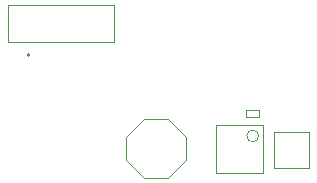
<source format=gbr>
%TF.GenerationSoftware,Altium Limited,Altium Designer,23.10.1 (27)*%
G04 Layer_Color=16711935*
%FSLAX45Y45*%
%MOMM*%
%TF.SameCoordinates,C732C167-A78C-4608-B65C-7F4C8643914A*%
%TF.FilePolarity,Positive*%
%TF.FileFunction,Other,B.CrtYd*%
%TF.Part,Single*%
G01*
G75*
%TA.AperFunction,NonConductor*%
%ADD30C,0.20000*%
%ADD31C,0.10000*%
D30*
X27627701Y3067000D02*
G03*
X27627701Y3067000I-10000J0D01*
G01*
D31*
X29566501Y2381300D02*
G03*
X29566501Y2381300I-50000J0D01*
G01*
X28597699Y2524500D02*
X28797699D01*
X28947699Y2174500D02*
Y2374500D01*
X28597699Y2024500D02*
X28797699D01*
X28447699Y2174500D02*
Y2374500D01*
Y2174500D02*
X28597699Y2024500D01*
X28447699Y2374500D02*
X28597699Y2524500D01*
X28797699D02*
X28947699Y2374500D01*
X28797699Y2024500D02*
X28947699Y2174500D01*
X29201501Y2471300D02*
X29606500D01*
X29201501Y2066300D02*
X29606500D01*
Y2471300D01*
X29201501Y2066300D02*
Y2471300D01*
X29692700Y2410500D02*
X29992700D01*
X29692700Y2110500D02*
Y2410500D01*
Y2110500D02*
X29992700D01*
Y2410500D01*
X27445700Y3175000D02*
Y3491000D01*
Y3175000D02*
X28339700D01*
Y3491000D01*
X27445700D02*
X28339700D01*
X29462701Y2598800D02*
X29567700D01*
X29462701Y2543800D02*
X29567700D01*
X29462701D02*
Y2598800D01*
X29567700Y2543800D02*
Y2598800D01*
%TF.MD5,e29835040ccbe06d3039376bfbd6d6fb*%
M02*

</source>
